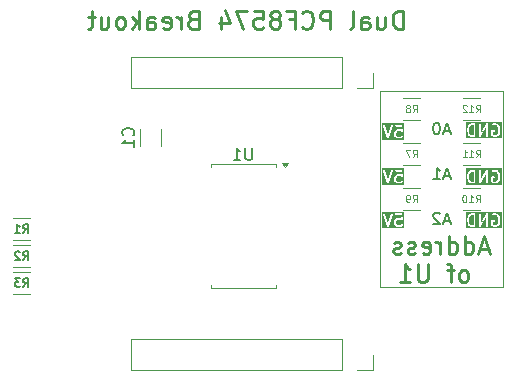
<source format=gbr>
%TF.GenerationSoftware,KiCad,Pcbnew,8.0.5*%
%TF.CreationDate,2025-02-12T18:39:00+02:00*%
%TF.ProjectId,IOExpander_PCF8574,494f4578-7061-46e6-9465-725f50434638,rev?*%
%TF.SameCoordinates,Original*%
%TF.FileFunction,Legend,Bot*%
%TF.FilePolarity,Positive*%
%FSLAX46Y46*%
G04 Gerber Fmt 4.6, Leading zero omitted, Abs format (unit mm)*
G04 Created by KiCad (PCBNEW 8.0.5) date 2025-02-12 18:39:00*
%MOMM*%
%LPD*%
G01*
G04 APERTURE LIST*
%ADD10C,0.100000*%
%ADD11C,0.150000*%
%ADD12C,0.250000*%
%ADD13C,0.120000*%
G04 APERTURE END LIST*
D10*
X121285000Y-42926000D02*
X110871000Y-42926000D01*
X110871000Y-42926000D02*
X110871000Y-59563000D01*
X110871000Y-59563000D02*
X121285000Y-59563000D01*
X121285000Y-59563000D02*
X121285000Y-42926000D01*
D11*
G36*
X118797094Y-54277819D02*
G01*
X118646169Y-54277819D01*
X118531656Y-54239648D01*
X118457543Y-54165534D01*
X118419049Y-54088547D01*
X118375666Y-53915013D01*
X118375666Y-53790624D01*
X118419049Y-53617090D01*
X118457543Y-53540103D01*
X118531656Y-53465990D01*
X118646169Y-53427819D01*
X118797094Y-53427819D01*
X118797094Y-54277819D01*
G37*
G36*
X121153443Y-54538930D02*
G01*
X118114555Y-54538930D01*
X118114555Y-53781390D01*
X118225666Y-53781390D01*
X118225666Y-53924247D01*
X118225917Y-53926800D01*
X118225755Y-53927893D01*
X118226564Y-53933366D01*
X118227107Y-53938879D01*
X118227529Y-53939900D01*
X118227905Y-53942437D01*
X118275524Y-54132913D01*
X118275909Y-54133992D01*
X118275948Y-54134532D01*
X118278275Y-54140613D01*
X118280471Y-54146759D01*
X118280793Y-54147194D01*
X118281203Y-54148264D01*
X118328822Y-54243502D01*
X118332785Y-54249798D01*
X118333543Y-54251628D01*
X118335232Y-54253686D01*
X118336654Y-54255945D01*
X118338152Y-54257244D01*
X118342871Y-54262994D01*
X118438109Y-54358233D01*
X118449474Y-54367561D01*
X118451964Y-54368592D01*
X118453999Y-54370357D01*
X118467425Y-54376351D01*
X118610281Y-54423970D01*
X118617536Y-54425619D01*
X118619367Y-54426378D01*
X118622020Y-54426639D01*
X118624618Y-54427230D01*
X118626592Y-54427089D01*
X118633999Y-54427819D01*
X118872094Y-54427819D01*
X118886726Y-54426378D01*
X118913762Y-54415179D01*
X118934454Y-54394487D01*
X118945653Y-54367451D01*
X118947094Y-54352819D01*
X118947094Y-53352819D01*
X119273285Y-53352819D01*
X119273285Y-54352819D01*
X119273655Y-54356582D01*
X119273468Y-54358058D01*
X119273989Y-54359968D01*
X119274726Y-54367451D01*
X119278543Y-54376666D01*
X119281168Y-54386290D01*
X119284095Y-54390070D01*
X119285925Y-54394487D01*
X119292975Y-54401537D01*
X119299085Y-54409427D01*
X119303238Y-54411800D01*
X119306617Y-54415179D01*
X119315829Y-54418995D01*
X119324494Y-54423946D01*
X119329237Y-54424548D01*
X119333653Y-54426378D01*
X119343627Y-54426378D01*
X119353524Y-54427636D01*
X119358136Y-54426378D01*
X119362917Y-54426378D01*
X119372132Y-54422560D01*
X119381756Y-54419936D01*
X119385536Y-54417008D01*
X119389953Y-54415179D01*
X119397003Y-54408128D01*
X119404893Y-54402019D01*
X119409245Y-54395886D01*
X119410645Y-54394487D01*
X119411214Y-54393112D01*
X119413403Y-54390029D01*
X119844713Y-53635235D01*
X119844713Y-54352819D01*
X119846154Y-54367451D01*
X119857353Y-54394487D01*
X119878045Y-54415179D01*
X119905081Y-54426378D01*
X119934345Y-54426378D01*
X119961381Y-54415179D01*
X119982073Y-54394487D01*
X119993272Y-54367451D01*
X119994713Y-54352819D01*
X119994713Y-53924247D01*
X120273285Y-53924247D01*
X120273285Y-54257580D01*
X120274726Y-54272212D01*
X120278643Y-54281668D01*
X120285924Y-54299247D01*
X120295251Y-54310612D01*
X120342870Y-54358232D01*
X120354236Y-54367560D01*
X120356724Y-54368590D01*
X120358761Y-54370357D01*
X120372187Y-54376351D01*
X120515043Y-54423970D01*
X120522298Y-54425619D01*
X120524129Y-54426378D01*
X120526782Y-54426639D01*
X120529380Y-54427230D01*
X120531354Y-54427089D01*
X120538761Y-54427819D01*
X120633999Y-54427819D01*
X120641404Y-54427089D01*
X120643379Y-54427230D01*
X120645976Y-54426639D01*
X120648631Y-54426378D01*
X120650462Y-54425619D01*
X120657716Y-54423970D01*
X120800573Y-54376351D01*
X120813998Y-54370357D01*
X120816033Y-54368591D01*
X120818524Y-54367560D01*
X120829889Y-54358233D01*
X120925128Y-54262993D01*
X120929845Y-54257244D01*
X120931344Y-54255945D01*
X120932765Y-54253686D01*
X120934455Y-54251628D01*
X120935212Y-54249798D01*
X120939176Y-54243502D01*
X120986795Y-54148264D01*
X120987204Y-54147194D01*
X120987527Y-54146759D01*
X120989719Y-54140622D01*
X120992050Y-54134533D01*
X120992088Y-54133992D01*
X120992474Y-54132913D01*
X121040093Y-53942437D01*
X121040468Y-53939900D01*
X121040891Y-53938879D01*
X121041433Y-53933366D01*
X121042243Y-53927893D01*
X121042080Y-53926800D01*
X121042332Y-53924247D01*
X121042332Y-53781390D01*
X121042080Y-53778836D01*
X121042243Y-53777744D01*
X121041433Y-53772270D01*
X121040891Y-53766758D01*
X121040468Y-53765736D01*
X121040093Y-53763200D01*
X120992474Y-53572724D01*
X120992088Y-53571644D01*
X120992050Y-53571104D01*
X120989719Y-53565014D01*
X120987527Y-53558878D01*
X120987204Y-53558442D01*
X120986795Y-53557373D01*
X120939176Y-53462135D01*
X120935213Y-53455840D01*
X120934455Y-53454008D01*
X120932763Y-53451946D01*
X120931344Y-53449692D01*
X120929847Y-53448393D01*
X120925127Y-53442643D01*
X120829889Y-53347405D01*
X120818524Y-53338078D01*
X120816033Y-53337046D01*
X120813998Y-53335281D01*
X120800573Y-53329287D01*
X120657716Y-53281668D01*
X120650462Y-53280018D01*
X120648631Y-53279260D01*
X120645976Y-53278998D01*
X120643379Y-53278408D01*
X120641404Y-53278548D01*
X120633999Y-53277819D01*
X120491142Y-53277819D01*
X120476510Y-53279260D01*
X120474021Y-53280290D01*
X120471332Y-53280482D01*
X120457601Y-53285737D01*
X120362363Y-53333356D01*
X120349920Y-53341188D01*
X120330747Y-53363296D01*
X120321493Y-53391057D01*
X120323567Y-53420247D01*
X120336654Y-53446422D01*
X120358762Y-53465595D01*
X120386523Y-53474849D01*
X120415713Y-53472775D01*
X120429445Y-53467520D01*
X120508847Y-53427819D01*
X120621829Y-53427819D01*
X120736342Y-53465990D01*
X120810455Y-53540103D01*
X120848948Y-53617090D01*
X120892332Y-53790624D01*
X120892332Y-53915013D01*
X120848948Y-54088547D01*
X120810454Y-54165534D01*
X120736342Y-54239647D01*
X120621829Y-54277819D01*
X120550931Y-54277819D01*
X120436418Y-54239648D01*
X120423285Y-54226514D01*
X120423285Y-53999247D01*
X120538761Y-53999247D01*
X120553393Y-53997806D01*
X120580429Y-53986607D01*
X120601121Y-53965915D01*
X120612320Y-53938879D01*
X120612320Y-53909615D01*
X120601121Y-53882579D01*
X120580429Y-53861887D01*
X120553393Y-53850688D01*
X120538761Y-53849247D01*
X120348285Y-53849247D01*
X120333653Y-53850688D01*
X120306617Y-53861887D01*
X120285925Y-53882579D01*
X120274726Y-53909615D01*
X120273285Y-53924247D01*
X119994713Y-53924247D01*
X119994713Y-53352819D01*
X119994342Y-53349055D01*
X119994530Y-53347580D01*
X119994008Y-53345669D01*
X119993272Y-53338187D01*
X119989454Y-53328971D01*
X119986830Y-53319348D01*
X119983902Y-53315567D01*
X119982073Y-53311151D01*
X119975022Y-53304100D01*
X119968913Y-53296211D01*
X119964759Y-53293837D01*
X119961381Y-53290459D01*
X119952168Y-53286642D01*
X119943504Y-53281692D01*
X119938760Y-53281089D01*
X119934345Y-53279260D01*
X119924371Y-53279260D01*
X119914474Y-53278002D01*
X119909862Y-53279260D01*
X119905081Y-53279260D01*
X119895864Y-53283077D01*
X119886243Y-53285702D01*
X119882463Y-53288628D01*
X119878045Y-53290459D01*
X119870993Y-53297510D01*
X119863105Y-53303619D01*
X119858750Y-53309753D01*
X119857353Y-53311151D01*
X119856784Y-53312523D01*
X119854595Y-53315608D01*
X119423285Y-54070402D01*
X119423285Y-53352819D01*
X119421844Y-53338187D01*
X119410645Y-53311151D01*
X119389953Y-53290459D01*
X119362917Y-53279260D01*
X119333653Y-53279260D01*
X119306617Y-53290459D01*
X119285925Y-53311151D01*
X119274726Y-53338187D01*
X119273285Y-53352819D01*
X118947094Y-53352819D01*
X118945653Y-53338187D01*
X118934454Y-53311151D01*
X118913762Y-53290459D01*
X118886726Y-53279260D01*
X118872094Y-53277819D01*
X118633999Y-53277819D01*
X118626592Y-53278548D01*
X118624618Y-53278408D01*
X118622020Y-53278998D01*
X118619367Y-53279260D01*
X118617536Y-53280018D01*
X118610281Y-53281668D01*
X118467425Y-53329287D01*
X118453999Y-53335281D01*
X118451964Y-53337045D01*
X118449474Y-53338077D01*
X118438109Y-53347405D01*
X118342871Y-53442643D01*
X118338152Y-53448392D01*
X118336654Y-53449692D01*
X118335232Y-53451951D01*
X118333544Y-53454008D01*
X118332786Y-53455835D01*
X118328822Y-53462135D01*
X118281203Y-53557373D01*
X118280793Y-53558442D01*
X118280471Y-53558878D01*
X118278275Y-53565023D01*
X118275948Y-53571105D01*
X118275909Y-53571644D01*
X118275524Y-53572724D01*
X118227905Y-53763200D01*
X118227529Y-53765736D01*
X118227107Y-53766758D01*
X118226564Y-53772270D01*
X118225755Y-53777744D01*
X118225917Y-53778836D01*
X118225666Y-53781390D01*
X118114555Y-53781390D01*
X118114555Y-53166708D01*
X121153443Y-53166708D01*
X121153443Y-54538930D01*
G37*
X116792285Y-46320104D02*
X116316095Y-46320104D01*
X116887523Y-46605819D02*
X116554190Y-45605819D01*
X116554190Y-45605819D02*
X116220857Y-46605819D01*
X115697047Y-45605819D02*
X115601809Y-45605819D01*
X115601809Y-45605819D02*
X115506571Y-45653438D01*
X115506571Y-45653438D02*
X115458952Y-45701057D01*
X115458952Y-45701057D02*
X115411333Y-45796295D01*
X115411333Y-45796295D02*
X115363714Y-45986771D01*
X115363714Y-45986771D02*
X115363714Y-46224866D01*
X115363714Y-46224866D02*
X115411333Y-46415342D01*
X115411333Y-46415342D02*
X115458952Y-46510580D01*
X115458952Y-46510580D02*
X115506571Y-46558200D01*
X115506571Y-46558200D02*
X115601809Y-46605819D01*
X115601809Y-46605819D02*
X115697047Y-46605819D01*
X115697047Y-46605819D02*
X115792285Y-46558200D01*
X115792285Y-46558200D02*
X115839904Y-46510580D01*
X115839904Y-46510580D02*
X115887523Y-46415342D01*
X115887523Y-46415342D02*
X115935142Y-46224866D01*
X115935142Y-46224866D02*
X115935142Y-45986771D01*
X115935142Y-45986771D02*
X115887523Y-45796295D01*
X115887523Y-45796295D02*
X115839904Y-45701057D01*
X115839904Y-45701057D02*
X115792285Y-45653438D01*
X115792285Y-45653438D02*
X115697047Y-45605819D01*
G36*
X112914046Y-54538930D02*
G01*
X111018954Y-54538930D01*
X111018954Y-53362199D01*
X111130065Y-53362199D01*
X111133325Y-53376536D01*
X111466658Y-54376536D01*
X111472652Y-54389961D01*
X111476162Y-54394008D01*
X111478559Y-54398802D01*
X111485667Y-54404967D01*
X111491826Y-54412068D01*
X111496615Y-54414462D01*
X111500666Y-54417976D01*
X111509591Y-54420950D01*
X111517999Y-54425155D01*
X111523343Y-54425534D01*
X111528429Y-54427230D01*
X111537809Y-54426563D01*
X111547189Y-54427230D01*
X111552274Y-54425534D01*
X111557619Y-54425155D01*
X111566029Y-54420949D01*
X111574951Y-54417976D01*
X111578998Y-54414465D01*
X111583792Y-54412069D01*
X111589955Y-54404963D01*
X111597059Y-54398802D01*
X111599454Y-54394010D01*
X111602966Y-54389962D01*
X111608960Y-54376536D01*
X111759723Y-53924247D01*
X112081857Y-53924247D01*
X112081857Y-54162342D01*
X112083298Y-54176974D01*
X112084329Y-54179463D01*
X112084520Y-54182151D01*
X112089775Y-54195883D01*
X112137394Y-54291121D01*
X112141357Y-54297417D01*
X112142115Y-54299247D01*
X112143804Y-54301305D01*
X112145226Y-54303564D01*
X112146724Y-54304863D01*
X112151442Y-54310612D01*
X112199061Y-54358232D01*
X112204810Y-54362950D01*
X112206111Y-54364450D01*
X112208370Y-54365872D01*
X112210427Y-54367560D01*
X112212254Y-54368317D01*
X112218554Y-54372282D01*
X112313792Y-54419901D01*
X112327523Y-54425156D01*
X112330212Y-54425347D01*
X112332701Y-54426378D01*
X112347333Y-54427819D01*
X112585428Y-54427819D01*
X112600060Y-54426378D01*
X112602549Y-54425346D01*
X112605237Y-54425156D01*
X112618969Y-54419901D01*
X112714207Y-54372282D01*
X112720506Y-54368317D01*
X112722334Y-54367560D01*
X112724390Y-54365872D01*
X112726650Y-54364450D01*
X112727950Y-54362950D01*
X112733700Y-54358232D01*
X112781318Y-54310613D01*
X112790646Y-54299247D01*
X112801844Y-54272211D01*
X112801844Y-54242948D01*
X112790645Y-54215912D01*
X112769952Y-54195219D01*
X112742916Y-54184021D01*
X112713653Y-54184021D01*
X112686617Y-54195220D01*
X112675251Y-54204548D01*
X112636238Y-54243561D01*
X112567723Y-54277819D01*
X112365038Y-54277819D01*
X112296522Y-54243561D01*
X112266115Y-54213153D01*
X112231857Y-54144637D01*
X112231857Y-53941952D01*
X112266115Y-53873436D01*
X112296522Y-53843029D01*
X112365038Y-53808771D01*
X112567723Y-53808771D01*
X112636239Y-53843029D01*
X112675252Y-53882042D01*
X112686617Y-53891369D01*
X112690105Y-53892814D01*
X112693029Y-53895206D01*
X112703526Y-53898373D01*
X112713653Y-53902568D01*
X112717429Y-53902568D01*
X112721045Y-53903659D01*
X112731955Y-53902568D01*
X112742916Y-53902568D01*
X112746404Y-53901122D01*
X112750164Y-53900747D01*
X112759827Y-53895562D01*
X112769952Y-53891369D01*
X112772622Y-53888698D01*
X112775951Y-53886913D01*
X112782896Y-53878424D01*
X112790645Y-53870676D01*
X112792089Y-53867189D01*
X112794482Y-53864265D01*
X112797650Y-53853764D01*
X112801844Y-53843640D01*
X112801844Y-53839864D01*
X112802935Y-53836249D01*
X112802913Y-53821546D01*
X112755294Y-53345356D01*
X112754225Y-53340023D01*
X112754225Y-53338187D01*
X112753511Y-53336464D01*
X112752404Y-53330940D01*
X112747221Y-53321280D01*
X112743026Y-53311151D01*
X112740354Y-53308479D01*
X112738570Y-53305153D01*
X112730087Y-53298212D01*
X112722334Y-53290459D01*
X112718845Y-53289013D01*
X112715922Y-53286622D01*
X112705424Y-53283454D01*
X112695298Y-53279260D01*
X112689692Y-53278707D01*
X112687906Y-53278169D01*
X112686077Y-53278351D01*
X112680666Y-53277819D01*
X112204476Y-53277819D01*
X112189844Y-53279260D01*
X112162808Y-53290459D01*
X112142116Y-53311151D01*
X112130917Y-53338187D01*
X112130917Y-53367451D01*
X112142116Y-53394487D01*
X112162808Y-53415179D01*
X112189844Y-53426378D01*
X112204476Y-53427819D01*
X112612792Y-53427819D01*
X112637610Y-53676009D01*
X112618969Y-53666689D01*
X112605237Y-53661434D01*
X112602549Y-53661243D01*
X112600060Y-53660212D01*
X112585428Y-53658771D01*
X112347333Y-53658771D01*
X112332701Y-53660212D01*
X112330212Y-53661242D01*
X112327523Y-53661434D01*
X112313792Y-53666689D01*
X112218554Y-53714308D01*
X112212254Y-53718272D01*
X112210427Y-53719030D01*
X112208370Y-53720718D01*
X112206111Y-53722140D01*
X112204811Y-53723638D01*
X112199062Y-53728357D01*
X112151443Y-53775976D01*
X112146724Y-53781725D01*
X112145226Y-53783025D01*
X112143804Y-53785284D01*
X112142116Y-53787341D01*
X112141358Y-53789168D01*
X112137394Y-53795468D01*
X112089775Y-53890706D01*
X112084520Y-53904438D01*
X112084329Y-53907125D01*
X112083298Y-53909615D01*
X112081857Y-53924247D01*
X111759723Y-53924247D01*
X111942293Y-53376536D01*
X111945553Y-53362200D01*
X111943478Y-53333010D01*
X111930392Y-53306836D01*
X111908284Y-53287662D01*
X111880522Y-53278408D01*
X111851332Y-53280483D01*
X111825159Y-53293570D01*
X111805985Y-53315677D01*
X111799991Y-53329102D01*
X111537809Y-54115648D01*
X111275627Y-53329102D01*
X111269633Y-53315676D01*
X111250459Y-53293569D01*
X111224286Y-53280483D01*
X111195096Y-53278408D01*
X111167333Y-53287662D01*
X111145226Y-53306836D01*
X111132140Y-53333009D01*
X111130065Y-53362199D01*
X111018954Y-53362199D01*
X111018954Y-53166708D01*
X112914046Y-53166708D01*
X112914046Y-54538930D01*
G37*
D12*
X120050142Y-56268941D02*
X119335857Y-56268941D01*
X120192999Y-56697512D02*
X119692999Y-55197512D01*
X119692999Y-55197512D02*
X119192999Y-56697512D01*
X118050143Y-56697512D02*
X118050143Y-55197512D01*
X118050143Y-56626084D02*
X118193000Y-56697512D01*
X118193000Y-56697512D02*
X118478714Y-56697512D01*
X118478714Y-56697512D02*
X118621571Y-56626084D01*
X118621571Y-56626084D02*
X118693000Y-56554655D01*
X118693000Y-56554655D02*
X118764428Y-56411798D01*
X118764428Y-56411798D02*
X118764428Y-55983226D01*
X118764428Y-55983226D02*
X118693000Y-55840369D01*
X118693000Y-55840369D02*
X118621571Y-55768941D01*
X118621571Y-55768941D02*
X118478714Y-55697512D01*
X118478714Y-55697512D02*
X118193000Y-55697512D01*
X118193000Y-55697512D02*
X118050143Y-55768941D01*
X116693000Y-56697512D02*
X116693000Y-55197512D01*
X116693000Y-56626084D02*
X116835857Y-56697512D01*
X116835857Y-56697512D02*
X117121571Y-56697512D01*
X117121571Y-56697512D02*
X117264428Y-56626084D01*
X117264428Y-56626084D02*
X117335857Y-56554655D01*
X117335857Y-56554655D02*
X117407285Y-56411798D01*
X117407285Y-56411798D02*
X117407285Y-55983226D01*
X117407285Y-55983226D02*
X117335857Y-55840369D01*
X117335857Y-55840369D02*
X117264428Y-55768941D01*
X117264428Y-55768941D02*
X117121571Y-55697512D01*
X117121571Y-55697512D02*
X116835857Y-55697512D01*
X116835857Y-55697512D02*
X116693000Y-55768941D01*
X115978714Y-56697512D02*
X115978714Y-55697512D01*
X115978714Y-55983226D02*
X115907285Y-55840369D01*
X115907285Y-55840369D02*
X115835857Y-55768941D01*
X115835857Y-55768941D02*
X115692999Y-55697512D01*
X115692999Y-55697512D02*
X115550142Y-55697512D01*
X114478714Y-56626084D02*
X114621571Y-56697512D01*
X114621571Y-56697512D02*
X114907286Y-56697512D01*
X114907286Y-56697512D02*
X115050143Y-56626084D01*
X115050143Y-56626084D02*
X115121571Y-56483226D01*
X115121571Y-56483226D02*
X115121571Y-55911798D01*
X115121571Y-55911798D02*
X115050143Y-55768941D01*
X115050143Y-55768941D02*
X114907286Y-55697512D01*
X114907286Y-55697512D02*
X114621571Y-55697512D01*
X114621571Y-55697512D02*
X114478714Y-55768941D01*
X114478714Y-55768941D02*
X114407286Y-55911798D01*
X114407286Y-55911798D02*
X114407286Y-56054655D01*
X114407286Y-56054655D02*
X115121571Y-56197512D01*
X113835857Y-56626084D02*
X113693000Y-56697512D01*
X113693000Y-56697512D02*
X113407286Y-56697512D01*
X113407286Y-56697512D02*
X113264429Y-56626084D01*
X113264429Y-56626084D02*
X113193000Y-56483226D01*
X113193000Y-56483226D02*
X113193000Y-56411798D01*
X113193000Y-56411798D02*
X113264429Y-56268941D01*
X113264429Y-56268941D02*
X113407286Y-56197512D01*
X113407286Y-56197512D02*
X113621572Y-56197512D01*
X113621572Y-56197512D02*
X113764429Y-56126084D01*
X113764429Y-56126084D02*
X113835857Y-55983226D01*
X113835857Y-55983226D02*
X113835857Y-55911798D01*
X113835857Y-55911798D02*
X113764429Y-55768941D01*
X113764429Y-55768941D02*
X113621572Y-55697512D01*
X113621572Y-55697512D02*
X113407286Y-55697512D01*
X113407286Y-55697512D02*
X113264429Y-55768941D01*
X112621571Y-56626084D02*
X112478714Y-56697512D01*
X112478714Y-56697512D02*
X112193000Y-56697512D01*
X112193000Y-56697512D02*
X112050143Y-56626084D01*
X112050143Y-56626084D02*
X111978714Y-56483226D01*
X111978714Y-56483226D02*
X111978714Y-56411798D01*
X111978714Y-56411798D02*
X112050143Y-56268941D01*
X112050143Y-56268941D02*
X112193000Y-56197512D01*
X112193000Y-56197512D02*
X112407286Y-56197512D01*
X112407286Y-56197512D02*
X112550143Y-56126084D01*
X112550143Y-56126084D02*
X112621571Y-55983226D01*
X112621571Y-55983226D02*
X112621571Y-55911798D01*
X112621571Y-55911798D02*
X112550143Y-55768941D01*
X112550143Y-55768941D02*
X112407286Y-55697512D01*
X112407286Y-55697512D02*
X112193000Y-55697512D01*
X112193000Y-55697512D02*
X112050143Y-55768941D01*
X118050142Y-59112428D02*
X118192999Y-59041000D01*
X118192999Y-59041000D02*
X118264428Y-58969571D01*
X118264428Y-58969571D02*
X118335856Y-58826714D01*
X118335856Y-58826714D02*
X118335856Y-58398142D01*
X118335856Y-58398142D02*
X118264428Y-58255285D01*
X118264428Y-58255285D02*
X118192999Y-58183857D01*
X118192999Y-58183857D02*
X118050142Y-58112428D01*
X118050142Y-58112428D02*
X117835856Y-58112428D01*
X117835856Y-58112428D02*
X117692999Y-58183857D01*
X117692999Y-58183857D02*
X117621571Y-58255285D01*
X117621571Y-58255285D02*
X117550142Y-58398142D01*
X117550142Y-58398142D02*
X117550142Y-58826714D01*
X117550142Y-58826714D02*
X117621571Y-58969571D01*
X117621571Y-58969571D02*
X117692999Y-59041000D01*
X117692999Y-59041000D02*
X117835856Y-59112428D01*
X117835856Y-59112428D02*
X118050142Y-59112428D01*
X117121570Y-58112428D02*
X116550142Y-58112428D01*
X116907285Y-59112428D02*
X116907285Y-57826714D01*
X116907285Y-57826714D02*
X116835856Y-57683857D01*
X116835856Y-57683857D02*
X116692999Y-57612428D01*
X116692999Y-57612428D02*
X116550142Y-57612428D01*
X114907285Y-57612428D02*
X114907285Y-58826714D01*
X114907285Y-58826714D02*
X114835856Y-58969571D01*
X114835856Y-58969571D02*
X114764428Y-59041000D01*
X114764428Y-59041000D02*
X114621570Y-59112428D01*
X114621570Y-59112428D02*
X114335856Y-59112428D01*
X114335856Y-59112428D02*
X114192999Y-59041000D01*
X114192999Y-59041000D02*
X114121570Y-58969571D01*
X114121570Y-58969571D02*
X114050142Y-58826714D01*
X114050142Y-58826714D02*
X114050142Y-57612428D01*
X112550141Y-59112428D02*
X113407284Y-59112428D01*
X112978713Y-59112428D02*
X112978713Y-57612428D01*
X112978713Y-57612428D02*
X113121570Y-57826714D01*
X113121570Y-57826714D02*
X113264427Y-57969571D01*
X113264427Y-57969571D02*
X113407284Y-58041000D01*
D11*
X116792285Y-50130104D02*
X116316095Y-50130104D01*
X116887523Y-50415819D02*
X116554190Y-49415819D01*
X116554190Y-49415819D02*
X116220857Y-50415819D01*
X115363714Y-50415819D02*
X115935142Y-50415819D01*
X115649428Y-50415819D02*
X115649428Y-49415819D01*
X115649428Y-49415819D02*
X115744666Y-49558676D01*
X115744666Y-49558676D02*
X115839904Y-49653914D01*
X115839904Y-49653914D02*
X115935142Y-49701533D01*
G36*
X118797094Y-50594819D02*
G01*
X118646169Y-50594819D01*
X118531656Y-50556648D01*
X118457543Y-50482534D01*
X118419049Y-50405547D01*
X118375666Y-50232013D01*
X118375666Y-50107624D01*
X118419049Y-49934090D01*
X118457543Y-49857103D01*
X118531656Y-49782990D01*
X118646169Y-49744819D01*
X118797094Y-49744819D01*
X118797094Y-50594819D01*
G37*
G36*
X121153443Y-50855930D02*
G01*
X118114555Y-50855930D01*
X118114555Y-50098390D01*
X118225666Y-50098390D01*
X118225666Y-50241247D01*
X118225917Y-50243800D01*
X118225755Y-50244893D01*
X118226564Y-50250366D01*
X118227107Y-50255879D01*
X118227529Y-50256900D01*
X118227905Y-50259437D01*
X118275524Y-50449913D01*
X118275909Y-50450992D01*
X118275948Y-50451532D01*
X118278275Y-50457613D01*
X118280471Y-50463759D01*
X118280793Y-50464194D01*
X118281203Y-50465264D01*
X118328822Y-50560502D01*
X118332785Y-50566798D01*
X118333543Y-50568628D01*
X118335232Y-50570686D01*
X118336654Y-50572945D01*
X118338152Y-50574244D01*
X118342871Y-50579994D01*
X118438109Y-50675233D01*
X118449474Y-50684561D01*
X118451964Y-50685592D01*
X118453999Y-50687357D01*
X118467425Y-50693351D01*
X118610281Y-50740970D01*
X118617536Y-50742619D01*
X118619367Y-50743378D01*
X118622020Y-50743639D01*
X118624618Y-50744230D01*
X118626592Y-50744089D01*
X118633999Y-50744819D01*
X118872094Y-50744819D01*
X118886726Y-50743378D01*
X118913762Y-50732179D01*
X118934454Y-50711487D01*
X118945653Y-50684451D01*
X118947094Y-50669819D01*
X118947094Y-49669819D01*
X119273285Y-49669819D01*
X119273285Y-50669819D01*
X119273655Y-50673582D01*
X119273468Y-50675058D01*
X119273989Y-50676968D01*
X119274726Y-50684451D01*
X119278543Y-50693666D01*
X119281168Y-50703290D01*
X119284095Y-50707070D01*
X119285925Y-50711487D01*
X119292975Y-50718537D01*
X119299085Y-50726427D01*
X119303238Y-50728800D01*
X119306617Y-50732179D01*
X119315829Y-50735995D01*
X119324494Y-50740946D01*
X119329237Y-50741548D01*
X119333653Y-50743378D01*
X119343627Y-50743378D01*
X119353524Y-50744636D01*
X119358136Y-50743378D01*
X119362917Y-50743378D01*
X119372132Y-50739560D01*
X119381756Y-50736936D01*
X119385536Y-50734008D01*
X119389953Y-50732179D01*
X119397003Y-50725128D01*
X119404893Y-50719019D01*
X119409245Y-50712886D01*
X119410645Y-50711487D01*
X119411214Y-50710112D01*
X119413403Y-50707029D01*
X119844713Y-49952235D01*
X119844713Y-50669819D01*
X119846154Y-50684451D01*
X119857353Y-50711487D01*
X119878045Y-50732179D01*
X119905081Y-50743378D01*
X119934345Y-50743378D01*
X119961381Y-50732179D01*
X119982073Y-50711487D01*
X119993272Y-50684451D01*
X119994713Y-50669819D01*
X119994713Y-50241247D01*
X120273285Y-50241247D01*
X120273285Y-50574580D01*
X120274726Y-50589212D01*
X120278643Y-50598668D01*
X120285924Y-50616247D01*
X120295251Y-50627612D01*
X120342870Y-50675232D01*
X120354236Y-50684560D01*
X120356724Y-50685590D01*
X120358761Y-50687357D01*
X120372187Y-50693351D01*
X120515043Y-50740970D01*
X120522298Y-50742619D01*
X120524129Y-50743378D01*
X120526782Y-50743639D01*
X120529380Y-50744230D01*
X120531354Y-50744089D01*
X120538761Y-50744819D01*
X120633999Y-50744819D01*
X120641404Y-50744089D01*
X120643379Y-50744230D01*
X120645976Y-50743639D01*
X120648631Y-50743378D01*
X120650462Y-50742619D01*
X120657716Y-50740970D01*
X120800573Y-50693351D01*
X120813998Y-50687357D01*
X120816033Y-50685591D01*
X120818524Y-50684560D01*
X120829889Y-50675233D01*
X120925128Y-50579993D01*
X120929845Y-50574244D01*
X120931344Y-50572945D01*
X120932765Y-50570686D01*
X120934455Y-50568628D01*
X120935212Y-50566798D01*
X120939176Y-50560502D01*
X120986795Y-50465264D01*
X120987204Y-50464194D01*
X120987527Y-50463759D01*
X120989719Y-50457622D01*
X120992050Y-50451533D01*
X120992088Y-50450992D01*
X120992474Y-50449913D01*
X121040093Y-50259437D01*
X121040468Y-50256900D01*
X121040891Y-50255879D01*
X121041433Y-50250366D01*
X121042243Y-50244893D01*
X121042080Y-50243800D01*
X121042332Y-50241247D01*
X121042332Y-50098390D01*
X121042080Y-50095836D01*
X121042243Y-50094744D01*
X121041433Y-50089270D01*
X121040891Y-50083758D01*
X121040468Y-50082736D01*
X121040093Y-50080200D01*
X120992474Y-49889724D01*
X120992088Y-49888644D01*
X120992050Y-49888104D01*
X120989719Y-49882014D01*
X120987527Y-49875878D01*
X120987204Y-49875442D01*
X120986795Y-49874373D01*
X120939176Y-49779135D01*
X120935213Y-49772840D01*
X120934455Y-49771008D01*
X120932763Y-49768946D01*
X120931344Y-49766692D01*
X120929847Y-49765393D01*
X120925127Y-49759643D01*
X120829889Y-49664405D01*
X120818524Y-49655078D01*
X120816033Y-49654046D01*
X120813998Y-49652281D01*
X120800573Y-49646287D01*
X120657716Y-49598668D01*
X120650462Y-49597018D01*
X120648631Y-49596260D01*
X120645976Y-49595998D01*
X120643379Y-49595408D01*
X120641404Y-49595548D01*
X120633999Y-49594819D01*
X120491142Y-49594819D01*
X120476510Y-49596260D01*
X120474021Y-49597290D01*
X120471332Y-49597482D01*
X120457601Y-49602737D01*
X120362363Y-49650356D01*
X120349920Y-49658188D01*
X120330747Y-49680296D01*
X120321493Y-49708057D01*
X120323567Y-49737247D01*
X120336654Y-49763422D01*
X120358762Y-49782595D01*
X120386523Y-49791849D01*
X120415713Y-49789775D01*
X120429445Y-49784520D01*
X120508847Y-49744819D01*
X120621829Y-49744819D01*
X120736342Y-49782990D01*
X120810455Y-49857103D01*
X120848948Y-49934090D01*
X120892332Y-50107624D01*
X120892332Y-50232013D01*
X120848948Y-50405547D01*
X120810454Y-50482534D01*
X120736342Y-50556647D01*
X120621829Y-50594819D01*
X120550931Y-50594819D01*
X120436418Y-50556648D01*
X120423285Y-50543514D01*
X120423285Y-50316247D01*
X120538761Y-50316247D01*
X120553393Y-50314806D01*
X120580429Y-50303607D01*
X120601121Y-50282915D01*
X120612320Y-50255879D01*
X120612320Y-50226615D01*
X120601121Y-50199579D01*
X120580429Y-50178887D01*
X120553393Y-50167688D01*
X120538761Y-50166247D01*
X120348285Y-50166247D01*
X120333653Y-50167688D01*
X120306617Y-50178887D01*
X120285925Y-50199579D01*
X120274726Y-50226615D01*
X120273285Y-50241247D01*
X119994713Y-50241247D01*
X119994713Y-49669819D01*
X119994342Y-49666055D01*
X119994530Y-49664580D01*
X119994008Y-49662669D01*
X119993272Y-49655187D01*
X119989454Y-49645971D01*
X119986830Y-49636348D01*
X119983902Y-49632567D01*
X119982073Y-49628151D01*
X119975022Y-49621100D01*
X119968913Y-49613211D01*
X119964759Y-49610837D01*
X119961381Y-49607459D01*
X119952168Y-49603642D01*
X119943504Y-49598692D01*
X119938760Y-49598089D01*
X119934345Y-49596260D01*
X119924371Y-49596260D01*
X119914474Y-49595002D01*
X119909862Y-49596260D01*
X119905081Y-49596260D01*
X119895864Y-49600077D01*
X119886243Y-49602702D01*
X119882463Y-49605628D01*
X119878045Y-49607459D01*
X119870993Y-49614510D01*
X119863105Y-49620619D01*
X119858750Y-49626753D01*
X119857353Y-49628151D01*
X119856784Y-49629523D01*
X119854595Y-49632608D01*
X119423285Y-50387402D01*
X119423285Y-49669819D01*
X119421844Y-49655187D01*
X119410645Y-49628151D01*
X119389953Y-49607459D01*
X119362917Y-49596260D01*
X119333653Y-49596260D01*
X119306617Y-49607459D01*
X119285925Y-49628151D01*
X119274726Y-49655187D01*
X119273285Y-49669819D01*
X118947094Y-49669819D01*
X118945653Y-49655187D01*
X118934454Y-49628151D01*
X118913762Y-49607459D01*
X118886726Y-49596260D01*
X118872094Y-49594819D01*
X118633999Y-49594819D01*
X118626592Y-49595548D01*
X118624618Y-49595408D01*
X118622020Y-49595998D01*
X118619367Y-49596260D01*
X118617536Y-49597018D01*
X118610281Y-49598668D01*
X118467425Y-49646287D01*
X118453999Y-49652281D01*
X118451964Y-49654045D01*
X118449474Y-49655077D01*
X118438109Y-49664405D01*
X118342871Y-49759643D01*
X118338152Y-49765392D01*
X118336654Y-49766692D01*
X118335232Y-49768951D01*
X118333544Y-49771008D01*
X118332786Y-49772835D01*
X118328822Y-49779135D01*
X118281203Y-49874373D01*
X118280793Y-49875442D01*
X118280471Y-49875878D01*
X118278275Y-49882023D01*
X118275948Y-49888105D01*
X118275909Y-49888644D01*
X118275524Y-49889724D01*
X118227905Y-50080200D01*
X118227529Y-50082736D01*
X118227107Y-50083758D01*
X118226564Y-50089270D01*
X118225755Y-50094744D01*
X118225917Y-50095836D01*
X118225666Y-50098390D01*
X118114555Y-50098390D01*
X118114555Y-49483708D01*
X121153443Y-49483708D01*
X121153443Y-50855930D01*
G37*
G36*
X112914046Y-50855930D02*
G01*
X111018954Y-50855930D01*
X111018954Y-49679199D01*
X111130065Y-49679199D01*
X111133325Y-49693536D01*
X111466658Y-50693536D01*
X111472652Y-50706961D01*
X111476162Y-50711008D01*
X111478559Y-50715802D01*
X111485667Y-50721967D01*
X111491826Y-50729068D01*
X111496615Y-50731462D01*
X111500666Y-50734976D01*
X111509591Y-50737950D01*
X111517999Y-50742155D01*
X111523343Y-50742534D01*
X111528429Y-50744230D01*
X111537809Y-50743563D01*
X111547189Y-50744230D01*
X111552274Y-50742534D01*
X111557619Y-50742155D01*
X111566029Y-50737949D01*
X111574951Y-50734976D01*
X111578998Y-50731465D01*
X111583792Y-50729069D01*
X111589955Y-50721963D01*
X111597059Y-50715802D01*
X111599454Y-50711010D01*
X111602966Y-50706962D01*
X111608960Y-50693536D01*
X111759723Y-50241247D01*
X112081857Y-50241247D01*
X112081857Y-50479342D01*
X112083298Y-50493974D01*
X112084329Y-50496463D01*
X112084520Y-50499151D01*
X112089775Y-50512883D01*
X112137394Y-50608121D01*
X112141357Y-50614417D01*
X112142115Y-50616247D01*
X112143804Y-50618305D01*
X112145226Y-50620564D01*
X112146724Y-50621863D01*
X112151442Y-50627612D01*
X112199061Y-50675232D01*
X112204810Y-50679950D01*
X112206111Y-50681450D01*
X112208370Y-50682872D01*
X112210427Y-50684560D01*
X112212254Y-50685317D01*
X112218554Y-50689282D01*
X112313792Y-50736901D01*
X112327523Y-50742156D01*
X112330212Y-50742347D01*
X112332701Y-50743378D01*
X112347333Y-50744819D01*
X112585428Y-50744819D01*
X112600060Y-50743378D01*
X112602549Y-50742346D01*
X112605237Y-50742156D01*
X112618969Y-50736901D01*
X112714207Y-50689282D01*
X112720506Y-50685317D01*
X112722334Y-50684560D01*
X112724390Y-50682872D01*
X112726650Y-50681450D01*
X112727950Y-50679950D01*
X112733700Y-50675232D01*
X112781318Y-50627613D01*
X112790646Y-50616247D01*
X112801844Y-50589211D01*
X112801844Y-50559948D01*
X112790645Y-50532912D01*
X112769952Y-50512219D01*
X112742916Y-50501021D01*
X112713653Y-50501021D01*
X112686617Y-50512220D01*
X112675251Y-50521548D01*
X112636238Y-50560561D01*
X112567723Y-50594819D01*
X112365038Y-50594819D01*
X112296522Y-50560561D01*
X112266115Y-50530153D01*
X112231857Y-50461637D01*
X112231857Y-50258952D01*
X112266115Y-50190436D01*
X112296522Y-50160029D01*
X112365038Y-50125771D01*
X112567723Y-50125771D01*
X112636239Y-50160029D01*
X112675252Y-50199042D01*
X112686617Y-50208369D01*
X112690105Y-50209814D01*
X112693029Y-50212206D01*
X112703526Y-50215373D01*
X112713653Y-50219568D01*
X112717429Y-50219568D01*
X112721045Y-50220659D01*
X112731955Y-50219568D01*
X112742916Y-50219568D01*
X112746404Y-50218122D01*
X112750164Y-50217747D01*
X112759827Y-50212562D01*
X112769952Y-50208369D01*
X112772622Y-50205698D01*
X112775951Y-50203913D01*
X112782896Y-50195424D01*
X112790645Y-50187676D01*
X112792089Y-50184189D01*
X112794482Y-50181265D01*
X112797650Y-50170764D01*
X112801844Y-50160640D01*
X112801844Y-50156864D01*
X112802935Y-50153249D01*
X112802913Y-50138546D01*
X112755294Y-49662356D01*
X112754225Y-49657023D01*
X112754225Y-49655187D01*
X112753511Y-49653464D01*
X112752404Y-49647940D01*
X112747221Y-49638280D01*
X112743026Y-49628151D01*
X112740354Y-49625479D01*
X112738570Y-49622153D01*
X112730087Y-49615212D01*
X112722334Y-49607459D01*
X112718845Y-49606013D01*
X112715922Y-49603622D01*
X112705424Y-49600454D01*
X112695298Y-49596260D01*
X112689692Y-49595707D01*
X112687906Y-49595169D01*
X112686077Y-49595351D01*
X112680666Y-49594819D01*
X112204476Y-49594819D01*
X112189844Y-49596260D01*
X112162808Y-49607459D01*
X112142116Y-49628151D01*
X112130917Y-49655187D01*
X112130917Y-49684451D01*
X112142116Y-49711487D01*
X112162808Y-49732179D01*
X112189844Y-49743378D01*
X112204476Y-49744819D01*
X112612792Y-49744819D01*
X112637610Y-49993009D01*
X112618969Y-49983689D01*
X112605237Y-49978434D01*
X112602549Y-49978243D01*
X112600060Y-49977212D01*
X112585428Y-49975771D01*
X112347333Y-49975771D01*
X112332701Y-49977212D01*
X112330212Y-49978242D01*
X112327523Y-49978434D01*
X112313792Y-49983689D01*
X112218554Y-50031308D01*
X112212254Y-50035272D01*
X112210427Y-50036030D01*
X112208370Y-50037718D01*
X112206111Y-50039140D01*
X112204811Y-50040638D01*
X112199062Y-50045357D01*
X112151443Y-50092976D01*
X112146724Y-50098725D01*
X112145226Y-50100025D01*
X112143804Y-50102284D01*
X112142116Y-50104341D01*
X112141358Y-50106168D01*
X112137394Y-50112468D01*
X112089775Y-50207706D01*
X112084520Y-50221438D01*
X112084329Y-50224125D01*
X112083298Y-50226615D01*
X112081857Y-50241247D01*
X111759723Y-50241247D01*
X111942293Y-49693536D01*
X111945553Y-49679200D01*
X111943478Y-49650010D01*
X111930392Y-49623836D01*
X111908284Y-49604662D01*
X111880522Y-49595408D01*
X111851332Y-49597483D01*
X111825159Y-49610570D01*
X111805985Y-49632677D01*
X111799991Y-49646102D01*
X111537809Y-50432648D01*
X111275627Y-49646102D01*
X111269633Y-49632676D01*
X111250459Y-49610569D01*
X111224286Y-49597483D01*
X111195096Y-49595408D01*
X111167333Y-49604662D01*
X111145226Y-49623836D01*
X111132140Y-49650009D01*
X111130065Y-49679199D01*
X111018954Y-49679199D01*
X111018954Y-49483708D01*
X112914046Y-49483708D01*
X112914046Y-50855930D01*
G37*
X116792285Y-53940104D02*
X116316095Y-53940104D01*
X116887523Y-54225819D02*
X116554190Y-53225819D01*
X116554190Y-53225819D02*
X116220857Y-54225819D01*
X115935142Y-53321057D02*
X115887523Y-53273438D01*
X115887523Y-53273438D02*
X115792285Y-53225819D01*
X115792285Y-53225819D02*
X115554190Y-53225819D01*
X115554190Y-53225819D02*
X115458952Y-53273438D01*
X115458952Y-53273438D02*
X115411333Y-53321057D01*
X115411333Y-53321057D02*
X115363714Y-53416295D01*
X115363714Y-53416295D02*
X115363714Y-53511533D01*
X115363714Y-53511533D02*
X115411333Y-53654390D01*
X115411333Y-53654390D02*
X115982761Y-54225819D01*
X115982761Y-54225819D02*
X115363714Y-54225819D01*
D12*
X112782284Y-37649428D02*
X112782284Y-36149428D01*
X112782284Y-36149428D02*
X112425141Y-36149428D01*
X112425141Y-36149428D02*
X112210855Y-36220857D01*
X112210855Y-36220857D02*
X112067998Y-36363714D01*
X112067998Y-36363714D02*
X111996569Y-36506571D01*
X111996569Y-36506571D02*
X111925141Y-36792285D01*
X111925141Y-36792285D02*
X111925141Y-37006571D01*
X111925141Y-37006571D02*
X111996569Y-37292285D01*
X111996569Y-37292285D02*
X112067998Y-37435142D01*
X112067998Y-37435142D02*
X112210855Y-37578000D01*
X112210855Y-37578000D02*
X112425141Y-37649428D01*
X112425141Y-37649428D02*
X112782284Y-37649428D01*
X110639427Y-36649428D02*
X110639427Y-37649428D01*
X111282284Y-36649428D02*
X111282284Y-37435142D01*
X111282284Y-37435142D02*
X111210855Y-37578000D01*
X111210855Y-37578000D02*
X111067998Y-37649428D01*
X111067998Y-37649428D02*
X110853712Y-37649428D01*
X110853712Y-37649428D02*
X110710855Y-37578000D01*
X110710855Y-37578000D02*
X110639427Y-37506571D01*
X109282284Y-37649428D02*
X109282284Y-36863714D01*
X109282284Y-36863714D02*
X109353712Y-36720857D01*
X109353712Y-36720857D02*
X109496569Y-36649428D01*
X109496569Y-36649428D02*
X109782284Y-36649428D01*
X109782284Y-36649428D02*
X109925141Y-36720857D01*
X109282284Y-37578000D02*
X109425141Y-37649428D01*
X109425141Y-37649428D02*
X109782284Y-37649428D01*
X109782284Y-37649428D02*
X109925141Y-37578000D01*
X109925141Y-37578000D02*
X109996569Y-37435142D01*
X109996569Y-37435142D02*
X109996569Y-37292285D01*
X109996569Y-37292285D02*
X109925141Y-37149428D01*
X109925141Y-37149428D02*
X109782284Y-37078000D01*
X109782284Y-37078000D02*
X109425141Y-37078000D01*
X109425141Y-37078000D02*
X109282284Y-37006571D01*
X108353712Y-37649428D02*
X108496569Y-37578000D01*
X108496569Y-37578000D02*
X108567998Y-37435142D01*
X108567998Y-37435142D02*
X108567998Y-36149428D01*
X106639427Y-37649428D02*
X106639427Y-36149428D01*
X106639427Y-36149428D02*
X106067998Y-36149428D01*
X106067998Y-36149428D02*
X105925141Y-36220857D01*
X105925141Y-36220857D02*
X105853712Y-36292285D01*
X105853712Y-36292285D02*
X105782284Y-36435142D01*
X105782284Y-36435142D02*
X105782284Y-36649428D01*
X105782284Y-36649428D02*
X105853712Y-36792285D01*
X105853712Y-36792285D02*
X105925141Y-36863714D01*
X105925141Y-36863714D02*
X106067998Y-36935142D01*
X106067998Y-36935142D02*
X106639427Y-36935142D01*
X104282284Y-37506571D02*
X104353712Y-37578000D01*
X104353712Y-37578000D02*
X104567998Y-37649428D01*
X104567998Y-37649428D02*
X104710855Y-37649428D01*
X104710855Y-37649428D02*
X104925141Y-37578000D01*
X104925141Y-37578000D02*
X105067998Y-37435142D01*
X105067998Y-37435142D02*
X105139427Y-37292285D01*
X105139427Y-37292285D02*
X105210855Y-37006571D01*
X105210855Y-37006571D02*
X105210855Y-36792285D01*
X105210855Y-36792285D02*
X105139427Y-36506571D01*
X105139427Y-36506571D02*
X105067998Y-36363714D01*
X105067998Y-36363714D02*
X104925141Y-36220857D01*
X104925141Y-36220857D02*
X104710855Y-36149428D01*
X104710855Y-36149428D02*
X104567998Y-36149428D01*
X104567998Y-36149428D02*
X104353712Y-36220857D01*
X104353712Y-36220857D02*
X104282284Y-36292285D01*
X103139427Y-36863714D02*
X103639427Y-36863714D01*
X103639427Y-37649428D02*
X103639427Y-36149428D01*
X103639427Y-36149428D02*
X102925141Y-36149428D01*
X102139427Y-36792285D02*
X102282284Y-36720857D01*
X102282284Y-36720857D02*
X102353713Y-36649428D01*
X102353713Y-36649428D02*
X102425141Y-36506571D01*
X102425141Y-36506571D02*
X102425141Y-36435142D01*
X102425141Y-36435142D02*
X102353713Y-36292285D01*
X102353713Y-36292285D02*
X102282284Y-36220857D01*
X102282284Y-36220857D02*
X102139427Y-36149428D01*
X102139427Y-36149428D02*
X101853713Y-36149428D01*
X101853713Y-36149428D02*
X101710856Y-36220857D01*
X101710856Y-36220857D02*
X101639427Y-36292285D01*
X101639427Y-36292285D02*
X101567998Y-36435142D01*
X101567998Y-36435142D02*
X101567998Y-36506571D01*
X101567998Y-36506571D02*
X101639427Y-36649428D01*
X101639427Y-36649428D02*
X101710856Y-36720857D01*
X101710856Y-36720857D02*
X101853713Y-36792285D01*
X101853713Y-36792285D02*
X102139427Y-36792285D01*
X102139427Y-36792285D02*
X102282284Y-36863714D01*
X102282284Y-36863714D02*
X102353713Y-36935142D01*
X102353713Y-36935142D02*
X102425141Y-37078000D01*
X102425141Y-37078000D02*
X102425141Y-37363714D01*
X102425141Y-37363714D02*
X102353713Y-37506571D01*
X102353713Y-37506571D02*
X102282284Y-37578000D01*
X102282284Y-37578000D02*
X102139427Y-37649428D01*
X102139427Y-37649428D02*
X101853713Y-37649428D01*
X101853713Y-37649428D02*
X101710856Y-37578000D01*
X101710856Y-37578000D02*
X101639427Y-37506571D01*
X101639427Y-37506571D02*
X101567998Y-37363714D01*
X101567998Y-37363714D02*
X101567998Y-37078000D01*
X101567998Y-37078000D02*
X101639427Y-36935142D01*
X101639427Y-36935142D02*
X101710856Y-36863714D01*
X101710856Y-36863714D02*
X101853713Y-36792285D01*
X100210856Y-36149428D02*
X100925142Y-36149428D01*
X100925142Y-36149428D02*
X100996570Y-36863714D01*
X100996570Y-36863714D02*
X100925142Y-36792285D01*
X100925142Y-36792285D02*
X100782285Y-36720857D01*
X100782285Y-36720857D02*
X100425142Y-36720857D01*
X100425142Y-36720857D02*
X100282285Y-36792285D01*
X100282285Y-36792285D02*
X100210856Y-36863714D01*
X100210856Y-36863714D02*
X100139427Y-37006571D01*
X100139427Y-37006571D02*
X100139427Y-37363714D01*
X100139427Y-37363714D02*
X100210856Y-37506571D01*
X100210856Y-37506571D02*
X100282285Y-37578000D01*
X100282285Y-37578000D02*
X100425142Y-37649428D01*
X100425142Y-37649428D02*
X100782285Y-37649428D01*
X100782285Y-37649428D02*
X100925142Y-37578000D01*
X100925142Y-37578000D02*
X100996570Y-37506571D01*
X99639428Y-36149428D02*
X98639428Y-36149428D01*
X98639428Y-36149428D02*
X99282285Y-37649428D01*
X97425143Y-36649428D02*
X97425143Y-37649428D01*
X97782285Y-36078000D02*
X98139428Y-37149428D01*
X98139428Y-37149428D02*
X97210857Y-37149428D01*
X94996572Y-36863714D02*
X94782286Y-36935142D01*
X94782286Y-36935142D02*
X94710857Y-37006571D01*
X94710857Y-37006571D02*
X94639429Y-37149428D01*
X94639429Y-37149428D02*
X94639429Y-37363714D01*
X94639429Y-37363714D02*
X94710857Y-37506571D01*
X94710857Y-37506571D02*
X94782286Y-37578000D01*
X94782286Y-37578000D02*
X94925143Y-37649428D01*
X94925143Y-37649428D02*
X95496572Y-37649428D01*
X95496572Y-37649428D02*
X95496572Y-36149428D01*
X95496572Y-36149428D02*
X94996572Y-36149428D01*
X94996572Y-36149428D02*
X94853715Y-36220857D01*
X94853715Y-36220857D02*
X94782286Y-36292285D01*
X94782286Y-36292285D02*
X94710857Y-36435142D01*
X94710857Y-36435142D02*
X94710857Y-36578000D01*
X94710857Y-36578000D02*
X94782286Y-36720857D01*
X94782286Y-36720857D02*
X94853715Y-36792285D01*
X94853715Y-36792285D02*
X94996572Y-36863714D01*
X94996572Y-36863714D02*
X95496572Y-36863714D01*
X93996572Y-37649428D02*
X93996572Y-36649428D01*
X93996572Y-36935142D02*
X93925143Y-36792285D01*
X93925143Y-36792285D02*
X93853715Y-36720857D01*
X93853715Y-36720857D02*
X93710857Y-36649428D01*
X93710857Y-36649428D02*
X93568000Y-36649428D01*
X92496572Y-37578000D02*
X92639429Y-37649428D01*
X92639429Y-37649428D02*
X92925144Y-37649428D01*
X92925144Y-37649428D02*
X93068001Y-37578000D01*
X93068001Y-37578000D02*
X93139429Y-37435142D01*
X93139429Y-37435142D02*
X93139429Y-36863714D01*
X93139429Y-36863714D02*
X93068001Y-36720857D01*
X93068001Y-36720857D02*
X92925144Y-36649428D01*
X92925144Y-36649428D02*
X92639429Y-36649428D01*
X92639429Y-36649428D02*
X92496572Y-36720857D01*
X92496572Y-36720857D02*
X92425144Y-36863714D01*
X92425144Y-36863714D02*
X92425144Y-37006571D01*
X92425144Y-37006571D02*
X93139429Y-37149428D01*
X91139430Y-37649428D02*
X91139430Y-36863714D01*
X91139430Y-36863714D02*
X91210858Y-36720857D01*
X91210858Y-36720857D02*
X91353715Y-36649428D01*
X91353715Y-36649428D02*
X91639430Y-36649428D01*
X91639430Y-36649428D02*
X91782287Y-36720857D01*
X91139430Y-37578000D02*
X91282287Y-37649428D01*
X91282287Y-37649428D02*
X91639430Y-37649428D01*
X91639430Y-37649428D02*
X91782287Y-37578000D01*
X91782287Y-37578000D02*
X91853715Y-37435142D01*
X91853715Y-37435142D02*
X91853715Y-37292285D01*
X91853715Y-37292285D02*
X91782287Y-37149428D01*
X91782287Y-37149428D02*
X91639430Y-37078000D01*
X91639430Y-37078000D02*
X91282287Y-37078000D01*
X91282287Y-37078000D02*
X91139430Y-37006571D01*
X90425144Y-37649428D02*
X90425144Y-36149428D01*
X90282287Y-37078000D02*
X89853715Y-37649428D01*
X89853715Y-36649428D02*
X90425144Y-37220857D01*
X88996572Y-37649428D02*
X89139429Y-37578000D01*
X89139429Y-37578000D02*
X89210858Y-37506571D01*
X89210858Y-37506571D02*
X89282286Y-37363714D01*
X89282286Y-37363714D02*
X89282286Y-36935142D01*
X89282286Y-36935142D02*
X89210858Y-36792285D01*
X89210858Y-36792285D02*
X89139429Y-36720857D01*
X89139429Y-36720857D02*
X88996572Y-36649428D01*
X88996572Y-36649428D02*
X88782286Y-36649428D01*
X88782286Y-36649428D02*
X88639429Y-36720857D01*
X88639429Y-36720857D02*
X88568001Y-36792285D01*
X88568001Y-36792285D02*
X88496572Y-36935142D01*
X88496572Y-36935142D02*
X88496572Y-37363714D01*
X88496572Y-37363714D02*
X88568001Y-37506571D01*
X88568001Y-37506571D02*
X88639429Y-37578000D01*
X88639429Y-37578000D02*
X88782286Y-37649428D01*
X88782286Y-37649428D02*
X88996572Y-37649428D01*
X87210858Y-36649428D02*
X87210858Y-37649428D01*
X87853715Y-36649428D02*
X87853715Y-37435142D01*
X87853715Y-37435142D02*
X87782286Y-37578000D01*
X87782286Y-37578000D02*
X87639429Y-37649428D01*
X87639429Y-37649428D02*
X87425143Y-37649428D01*
X87425143Y-37649428D02*
X87282286Y-37578000D01*
X87282286Y-37578000D02*
X87210858Y-37506571D01*
X86710857Y-36649428D02*
X86139429Y-36649428D01*
X86496572Y-36149428D02*
X86496572Y-37435142D01*
X86496572Y-37435142D02*
X86425143Y-37578000D01*
X86425143Y-37578000D02*
X86282286Y-37649428D01*
X86282286Y-37649428D02*
X86139429Y-37649428D01*
D11*
G36*
X118797094Y-46657819D02*
G01*
X118646169Y-46657819D01*
X118531656Y-46619648D01*
X118457543Y-46545534D01*
X118419049Y-46468547D01*
X118375666Y-46295013D01*
X118375666Y-46170624D01*
X118419049Y-45997090D01*
X118457543Y-45920103D01*
X118531656Y-45845990D01*
X118646169Y-45807819D01*
X118797094Y-45807819D01*
X118797094Y-46657819D01*
G37*
G36*
X121153443Y-46918930D02*
G01*
X118114555Y-46918930D01*
X118114555Y-46161390D01*
X118225666Y-46161390D01*
X118225666Y-46304247D01*
X118225917Y-46306800D01*
X118225755Y-46307893D01*
X118226564Y-46313366D01*
X118227107Y-46318879D01*
X118227529Y-46319900D01*
X118227905Y-46322437D01*
X118275524Y-46512913D01*
X118275909Y-46513992D01*
X118275948Y-46514532D01*
X118278275Y-46520613D01*
X118280471Y-46526759D01*
X118280793Y-46527194D01*
X118281203Y-46528264D01*
X118328822Y-46623502D01*
X118332785Y-46629798D01*
X118333543Y-46631628D01*
X118335232Y-46633686D01*
X118336654Y-46635945D01*
X118338152Y-46637244D01*
X118342871Y-46642994D01*
X118438109Y-46738233D01*
X118449474Y-46747561D01*
X118451964Y-46748592D01*
X118453999Y-46750357D01*
X118467425Y-46756351D01*
X118610281Y-46803970D01*
X118617536Y-46805619D01*
X118619367Y-46806378D01*
X118622020Y-46806639D01*
X118624618Y-46807230D01*
X118626592Y-46807089D01*
X118633999Y-46807819D01*
X118872094Y-46807819D01*
X118886726Y-46806378D01*
X118913762Y-46795179D01*
X118934454Y-46774487D01*
X118945653Y-46747451D01*
X118947094Y-46732819D01*
X118947094Y-45732819D01*
X119273285Y-45732819D01*
X119273285Y-46732819D01*
X119273655Y-46736582D01*
X119273468Y-46738058D01*
X119273989Y-46739968D01*
X119274726Y-46747451D01*
X119278543Y-46756666D01*
X119281168Y-46766290D01*
X119284095Y-46770070D01*
X119285925Y-46774487D01*
X119292975Y-46781537D01*
X119299085Y-46789427D01*
X119303238Y-46791800D01*
X119306617Y-46795179D01*
X119315829Y-46798995D01*
X119324494Y-46803946D01*
X119329237Y-46804548D01*
X119333653Y-46806378D01*
X119343627Y-46806378D01*
X119353524Y-46807636D01*
X119358136Y-46806378D01*
X119362917Y-46806378D01*
X119372132Y-46802560D01*
X119381756Y-46799936D01*
X119385536Y-46797008D01*
X119389953Y-46795179D01*
X119397003Y-46788128D01*
X119404893Y-46782019D01*
X119409245Y-46775886D01*
X119410645Y-46774487D01*
X119411214Y-46773112D01*
X119413403Y-46770029D01*
X119844713Y-46015235D01*
X119844713Y-46732819D01*
X119846154Y-46747451D01*
X119857353Y-46774487D01*
X119878045Y-46795179D01*
X119905081Y-46806378D01*
X119934345Y-46806378D01*
X119961381Y-46795179D01*
X119982073Y-46774487D01*
X119993272Y-46747451D01*
X119994713Y-46732819D01*
X119994713Y-46304247D01*
X120273285Y-46304247D01*
X120273285Y-46637580D01*
X120274726Y-46652212D01*
X120278643Y-46661668D01*
X120285924Y-46679247D01*
X120295251Y-46690612D01*
X120342870Y-46738232D01*
X120354236Y-46747560D01*
X120356724Y-46748590D01*
X120358761Y-46750357D01*
X120372187Y-46756351D01*
X120515043Y-46803970D01*
X120522298Y-46805619D01*
X120524129Y-46806378D01*
X120526782Y-46806639D01*
X120529380Y-46807230D01*
X120531354Y-46807089D01*
X120538761Y-46807819D01*
X120633999Y-46807819D01*
X120641404Y-46807089D01*
X120643379Y-46807230D01*
X120645976Y-46806639D01*
X120648631Y-46806378D01*
X120650462Y-46805619D01*
X120657716Y-46803970D01*
X120800573Y-46756351D01*
X120813998Y-46750357D01*
X120816033Y-46748591D01*
X120818524Y-46747560D01*
X120829889Y-46738233D01*
X120925128Y-46642993D01*
X120929845Y-46637244D01*
X120931344Y-46635945D01*
X120932765Y-46633686D01*
X120934455Y-46631628D01*
X120935212Y-46629798D01*
X120939176Y-46623502D01*
X120986795Y-46528264D01*
X120987204Y-46527194D01*
X120987527Y-46526759D01*
X120989719Y-46520622D01*
X120992050Y-46514533D01*
X120992088Y-46513992D01*
X120992474Y-46512913D01*
X121040093Y-46322437D01*
X121040468Y-46319900D01*
X121040891Y-46318879D01*
X121041433Y-46313366D01*
X121042243Y-46307893D01*
X121042080Y-46306800D01*
X121042332Y-46304247D01*
X121042332Y-46161390D01*
X121042080Y-46158836D01*
X121042243Y-46157744D01*
X121041433Y-46152270D01*
X121040891Y-46146758D01*
X121040468Y-46145736D01*
X121040093Y-46143200D01*
X120992474Y-45952724D01*
X120992088Y-45951644D01*
X120992050Y-45951104D01*
X120989719Y-45945014D01*
X120987527Y-45938878D01*
X120987204Y-45938442D01*
X120986795Y-45937373D01*
X120939176Y-45842135D01*
X120935213Y-45835840D01*
X120934455Y-45834008D01*
X120932763Y-45831946D01*
X120931344Y-45829692D01*
X120929847Y-45828393D01*
X120925127Y-45822643D01*
X120829889Y-45727405D01*
X120818524Y-45718078D01*
X120816033Y-45717046D01*
X120813998Y-45715281D01*
X120800573Y-45709287D01*
X120657716Y-45661668D01*
X120650462Y-45660018D01*
X120648631Y-45659260D01*
X120645976Y-45658998D01*
X120643379Y-45658408D01*
X120641404Y-45658548D01*
X120633999Y-45657819D01*
X120491142Y-45657819D01*
X120476510Y-45659260D01*
X120474021Y-45660290D01*
X120471332Y-45660482D01*
X120457601Y-45665737D01*
X120362363Y-45713356D01*
X120349920Y-45721188D01*
X120330747Y-45743296D01*
X120321493Y-45771057D01*
X120323567Y-45800247D01*
X120336654Y-45826422D01*
X120358762Y-45845595D01*
X120386523Y-45854849D01*
X120415713Y-45852775D01*
X120429445Y-45847520D01*
X120508847Y-45807819D01*
X120621829Y-45807819D01*
X120736342Y-45845990D01*
X120810455Y-45920103D01*
X120848948Y-45997090D01*
X120892332Y-46170624D01*
X120892332Y-46295013D01*
X120848948Y-46468547D01*
X120810454Y-46545534D01*
X120736342Y-46619647D01*
X120621829Y-46657819D01*
X120550931Y-46657819D01*
X120436418Y-46619648D01*
X120423285Y-46606514D01*
X120423285Y-46379247D01*
X120538761Y-46379247D01*
X120553393Y-46377806D01*
X120580429Y-46366607D01*
X120601121Y-46345915D01*
X120612320Y-46318879D01*
X120612320Y-46289615D01*
X120601121Y-46262579D01*
X120580429Y-46241887D01*
X120553393Y-46230688D01*
X120538761Y-46229247D01*
X120348285Y-46229247D01*
X120333653Y-46230688D01*
X120306617Y-46241887D01*
X120285925Y-46262579D01*
X120274726Y-46289615D01*
X120273285Y-46304247D01*
X119994713Y-46304247D01*
X119994713Y-45732819D01*
X119994342Y-45729055D01*
X119994530Y-45727580D01*
X119994008Y-45725669D01*
X119993272Y-45718187D01*
X119989454Y-45708971D01*
X119986830Y-45699348D01*
X119983902Y-45695567D01*
X119982073Y-45691151D01*
X119975022Y-45684100D01*
X119968913Y-45676211D01*
X119964759Y-45673837D01*
X119961381Y-45670459D01*
X119952168Y-45666642D01*
X119943504Y-45661692D01*
X119938760Y-45661089D01*
X119934345Y-45659260D01*
X119924371Y-45659260D01*
X119914474Y-45658002D01*
X119909862Y-45659260D01*
X119905081Y-45659260D01*
X119895864Y-45663077D01*
X119886243Y-45665702D01*
X119882463Y-45668628D01*
X119878045Y-45670459D01*
X119870993Y-45677510D01*
X119863105Y-45683619D01*
X119858750Y-45689753D01*
X119857353Y-45691151D01*
X119856784Y-45692523D01*
X119854595Y-45695608D01*
X119423285Y-46450402D01*
X119423285Y-45732819D01*
X119421844Y-45718187D01*
X119410645Y-45691151D01*
X119389953Y-45670459D01*
X119362917Y-45659260D01*
X119333653Y-45659260D01*
X119306617Y-45670459D01*
X119285925Y-45691151D01*
X119274726Y-45718187D01*
X119273285Y-45732819D01*
X118947094Y-45732819D01*
X118945653Y-45718187D01*
X118934454Y-45691151D01*
X118913762Y-45670459D01*
X118886726Y-45659260D01*
X118872094Y-45657819D01*
X118633999Y-45657819D01*
X118626592Y-45658548D01*
X118624618Y-45658408D01*
X118622020Y-45658998D01*
X118619367Y-45659260D01*
X118617536Y-45660018D01*
X118610281Y-45661668D01*
X118467425Y-45709287D01*
X118453999Y-45715281D01*
X118451964Y-45717045D01*
X118449474Y-45718077D01*
X118438109Y-45727405D01*
X118342871Y-45822643D01*
X118338152Y-45828392D01*
X118336654Y-45829692D01*
X118335232Y-45831951D01*
X118333544Y-45834008D01*
X118332786Y-45835835D01*
X118328822Y-45842135D01*
X118281203Y-45937373D01*
X118280793Y-45938442D01*
X118280471Y-45938878D01*
X118278275Y-45945023D01*
X118275948Y-45951105D01*
X118275909Y-45951644D01*
X118275524Y-45952724D01*
X118227905Y-46143200D01*
X118227529Y-46145736D01*
X118227107Y-46146758D01*
X118226564Y-46152270D01*
X118225755Y-46157744D01*
X118225917Y-46158836D01*
X118225666Y-46161390D01*
X118114555Y-46161390D01*
X118114555Y-45546708D01*
X121153443Y-45546708D01*
X121153443Y-46918930D01*
G37*
G36*
X112914046Y-47045930D02*
G01*
X111018954Y-47045930D01*
X111018954Y-45869199D01*
X111130065Y-45869199D01*
X111133325Y-45883536D01*
X111466658Y-46883536D01*
X111472652Y-46896961D01*
X111476162Y-46901008D01*
X111478559Y-46905802D01*
X111485667Y-46911967D01*
X111491826Y-46919068D01*
X111496615Y-46921462D01*
X111500666Y-46924976D01*
X111509591Y-46927950D01*
X111517999Y-46932155D01*
X111523343Y-46932534D01*
X111528429Y-46934230D01*
X111537809Y-46933563D01*
X111547189Y-46934230D01*
X111552274Y-46932534D01*
X111557619Y-46932155D01*
X111566029Y-46927949D01*
X111574951Y-46924976D01*
X111578998Y-46921465D01*
X111583792Y-46919069D01*
X111589955Y-46911963D01*
X111597059Y-46905802D01*
X111599454Y-46901010D01*
X111602966Y-46896962D01*
X111608960Y-46883536D01*
X111759723Y-46431247D01*
X112081857Y-46431247D01*
X112081857Y-46669342D01*
X112083298Y-46683974D01*
X112084329Y-46686463D01*
X112084520Y-46689151D01*
X112089775Y-46702883D01*
X112137394Y-46798121D01*
X112141357Y-46804417D01*
X112142115Y-46806247D01*
X112143804Y-46808305D01*
X112145226Y-46810564D01*
X112146724Y-46811863D01*
X112151442Y-46817612D01*
X112199061Y-46865232D01*
X112204810Y-46869950D01*
X112206111Y-46871450D01*
X112208370Y-46872872D01*
X112210427Y-46874560D01*
X112212254Y-46875317D01*
X112218554Y-46879282D01*
X112313792Y-46926901D01*
X112327523Y-46932156D01*
X112330212Y-46932347D01*
X112332701Y-46933378D01*
X112347333Y-46934819D01*
X112585428Y-46934819D01*
X112600060Y-46933378D01*
X112602549Y-46932346D01*
X112605237Y-46932156D01*
X112618969Y-46926901D01*
X112714207Y-46879282D01*
X112720506Y-46875317D01*
X112722334Y-46874560D01*
X112724390Y-46872872D01*
X112726650Y-46871450D01*
X112727950Y-46869950D01*
X112733700Y-46865232D01*
X112781318Y-46817613D01*
X112790646Y-46806247D01*
X112801844Y-46779211D01*
X112801844Y-46749948D01*
X112790645Y-46722912D01*
X112769952Y-46702219D01*
X112742916Y-46691021D01*
X112713653Y-46691021D01*
X112686617Y-46702220D01*
X112675251Y-46711548D01*
X112636238Y-46750561D01*
X112567723Y-46784819D01*
X112365038Y-46784819D01*
X112296522Y-46750561D01*
X112266115Y-46720153D01*
X112231857Y-46651637D01*
X112231857Y-46448952D01*
X112266115Y-46380436D01*
X112296522Y-46350029D01*
X112365038Y-46315771D01*
X112567723Y-46315771D01*
X112636239Y-46350029D01*
X112675252Y-46389042D01*
X112686617Y-46398369D01*
X112690105Y-46399814D01*
X112693029Y-46402206D01*
X112703526Y-46405373D01*
X112713653Y-46409568D01*
X112717429Y-46409568D01*
X112721045Y-46410659D01*
X112731955Y-46409568D01*
X112742916Y-46409568D01*
X112746404Y-46408122D01*
X112750164Y-46407747D01*
X112759827Y-46402562D01*
X112769952Y-46398369D01*
X112772622Y-46395698D01*
X112775951Y-46393913D01*
X112782896Y-46385424D01*
X112790645Y-46377676D01*
X112792089Y-46374189D01*
X112794482Y-46371265D01*
X112797650Y-46360764D01*
X112801844Y-46350640D01*
X112801844Y-46346864D01*
X112802935Y-46343249D01*
X112802913Y-46328546D01*
X112755294Y-45852356D01*
X112754225Y-45847023D01*
X112754225Y-45845187D01*
X112753511Y-45843464D01*
X112752404Y-45837940D01*
X112747221Y-45828280D01*
X112743026Y-45818151D01*
X112740354Y-45815479D01*
X112738570Y-45812153D01*
X112730087Y-45805212D01*
X112722334Y-45797459D01*
X112718845Y-45796013D01*
X112715922Y-45793622D01*
X112705424Y-45790454D01*
X112695298Y-45786260D01*
X112689692Y-45785707D01*
X112687906Y-45785169D01*
X112686077Y-45785351D01*
X112680666Y-45784819D01*
X112204476Y-45784819D01*
X112189844Y-45786260D01*
X112162808Y-45797459D01*
X112142116Y-45818151D01*
X112130917Y-45845187D01*
X112130917Y-45874451D01*
X112142116Y-45901487D01*
X112162808Y-45922179D01*
X112189844Y-45933378D01*
X112204476Y-45934819D01*
X112612792Y-45934819D01*
X112637610Y-46183009D01*
X112618969Y-46173689D01*
X112605237Y-46168434D01*
X112602549Y-46168243D01*
X112600060Y-46167212D01*
X112585428Y-46165771D01*
X112347333Y-46165771D01*
X112332701Y-46167212D01*
X112330212Y-46168242D01*
X112327523Y-46168434D01*
X112313792Y-46173689D01*
X112218554Y-46221308D01*
X112212254Y-46225272D01*
X112210427Y-46226030D01*
X112208370Y-46227718D01*
X112206111Y-46229140D01*
X112204811Y-46230638D01*
X112199062Y-46235357D01*
X112151443Y-46282976D01*
X112146724Y-46288725D01*
X112145226Y-46290025D01*
X112143804Y-46292284D01*
X112142116Y-46294341D01*
X112141358Y-46296168D01*
X112137394Y-46302468D01*
X112089775Y-46397706D01*
X112084520Y-46411438D01*
X112084329Y-46414125D01*
X112083298Y-46416615D01*
X112081857Y-46431247D01*
X111759723Y-46431247D01*
X111942293Y-45883536D01*
X111945553Y-45869200D01*
X111943478Y-45840010D01*
X111930392Y-45813836D01*
X111908284Y-45794662D01*
X111880522Y-45785408D01*
X111851332Y-45787483D01*
X111825159Y-45800570D01*
X111805985Y-45822677D01*
X111799991Y-45836102D01*
X111537809Y-46622648D01*
X111275627Y-45836102D01*
X111269633Y-45822676D01*
X111250459Y-45800569D01*
X111224286Y-45787483D01*
X111195096Y-45785408D01*
X111167333Y-45794662D01*
X111145226Y-45813836D01*
X111132140Y-45840009D01*
X111130065Y-45869199D01*
X111018954Y-45869199D01*
X111018954Y-45673708D01*
X112914046Y-45673708D01*
X112914046Y-47045930D01*
G37*
X80634666Y-54926033D02*
X80867999Y-54592700D01*
X81034666Y-54926033D02*
X81034666Y-54226033D01*
X81034666Y-54226033D02*
X80767999Y-54226033D01*
X80767999Y-54226033D02*
X80701333Y-54259366D01*
X80701333Y-54259366D02*
X80667999Y-54292700D01*
X80667999Y-54292700D02*
X80634666Y-54359366D01*
X80634666Y-54359366D02*
X80634666Y-54459366D01*
X80634666Y-54459366D02*
X80667999Y-54526033D01*
X80667999Y-54526033D02*
X80701333Y-54559366D01*
X80701333Y-54559366D02*
X80767999Y-54592700D01*
X80767999Y-54592700D02*
X81034666Y-54592700D01*
X79967999Y-54926033D02*
X80367999Y-54926033D01*
X80167999Y-54926033D02*
X80167999Y-54226033D01*
X80167999Y-54226033D02*
X80234666Y-54326033D01*
X80234666Y-54326033D02*
X80301333Y-54392700D01*
X80301333Y-54392700D02*
X80367999Y-54426033D01*
D10*
X113637999Y-48532371D02*
X113837999Y-48246657D01*
X113980856Y-48532371D02*
X113980856Y-47932371D01*
X113980856Y-47932371D02*
X113752285Y-47932371D01*
X113752285Y-47932371D02*
X113695142Y-47960942D01*
X113695142Y-47960942D02*
X113666571Y-47989514D01*
X113666571Y-47989514D02*
X113637999Y-48046657D01*
X113637999Y-48046657D02*
X113637999Y-48132371D01*
X113637999Y-48132371D02*
X113666571Y-48189514D01*
X113666571Y-48189514D02*
X113695142Y-48218085D01*
X113695142Y-48218085D02*
X113752285Y-48246657D01*
X113752285Y-48246657D02*
X113980856Y-48246657D01*
X113437999Y-47932371D02*
X113037999Y-47932371D01*
X113037999Y-47932371D02*
X113295142Y-48532371D01*
X118977714Y-52342371D02*
X119177714Y-52056657D01*
X119320571Y-52342371D02*
X119320571Y-51742371D01*
X119320571Y-51742371D02*
X119092000Y-51742371D01*
X119092000Y-51742371D02*
X119034857Y-51770942D01*
X119034857Y-51770942D02*
X119006286Y-51799514D01*
X119006286Y-51799514D02*
X118977714Y-51856657D01*
X118977714Y-51856657D02*
X118977714Y-51942371D01*
X118977714Y-51942371D02*
X119006286Y-51999514D01*
X119006286Y-51999514D02*
X119034857Y-52028085D01*
X119034857Y-52028085D02*
X119092000Y-52056657D01*
X119092000Y-52056657D02*
X119320571Y-52056657D01*
X118406286Y-52342371D02*
X118749143Y-52342371D01*
X118577714Y-52342371D02*
X118577714Y-51742371D01*
X118577714Y-51742371D02*
X118634857Y-51828085D01*
X118634857Y-51828085D02*
X118692000Y-51885228D01*
X118692000Y-51885228D02*
X118749143Y-51913800D01*
X118034857Y-51742371D02*
X117977714Y-51742371D01*
X117977714Y-51742371D02*
X117920571Y-51770942D01*
X117920571Y-51770942D02*
X117892000Y-51799514D01*
X117892000Y-51799514D02*
X117863428Y-51856657D01*
X117863428Y-51856657D02*
X117834857Y-51970942D01*
X117834857Y-51970942D02*
X117834857Y-52113800D01*
X117834857Y-52113800D02*
X117863428Y-52228085D01*
X117863428Y-52228085D02*
X117892000Y-52285228D01*
X117892000Y-52285228D02*
X117920571Y-52313800D01*
X117920571Y-52313800D02*
X117977714Y-52342371D01*
X117977714Y-52342371D02*
X118034857Y-52342371D01*
X118034857Y-52342371D02*
X118092000Y-52313800D01*
X118092000Y-52313800D02*
X118120571Y-52285228D01*
X118120571Y-52285228D02*
X118149142Y-52228085D01*
X118149142Y-52228085D02*
X118177714Y-52113800D01*
X118177714Y-52113800D02*
X118177714Y-51970942D01*
X118177714Y-51970942D02*
X118149142Y-51856657D01*
X118149142Y-51856657D02*
X118120571Y-51799514D01*
X118120571Y-51799514D02*
X118092000Y-51770942D01*
X118092000Y-51770942D02*
X118034857Y-51742371D01*
D11*
X80634666Y-59498033D02*
X80867999Y-59164700D01*
X81034666Y-59498033D02*
X81034666Y-58798033D01*
X81034666Y-58798033D02*
X80767999Y-58798033D01*
X80767999Y-58798033D02*
X80701333Y-58831366D01*
X80701333Y-58831366D02*
X80667999Y-58864700D01*
X80667999Y-58864700D02*
X80634666Y-58931366D01*
X80634666Y-58931366D02*
X80634666Y-59031366D01*
X80634666Y-59031366D02*
X80667999Y-59098033D01*
X80667999Y-59098033D02*
X80701333Y-59131366D01*
X80701333Y-59131366D02*
X80767999Y-59164700D01*
X80767999Y-59164700D02*
X81034666Y-59164700D01*
X80401333Y-58798033D02*
X79967999Y-58798033D01*
X79967999Y-58798033D02*
X80201333Y-59064700D01*
X80201333Y-59064700D02*
X80101333Y-59064700D01*
X80101333Y-59064700D02*
X80034666Y-59098033D01*
X80034666Y-59098033D02*
X80001333Y-59131366D01*
X80001333Y-59131366D02*
X79967999Y-59198033D01*
X79967999Y-59198033D02*
X79967999Y-59364700D01*
X79967999Y-59364700D02*
X80001333Y-59431366D01*
X80001333Y-59431366D02*
X80034666Y-59464700D01*
X80034666Y-59464700D02*
X80101333Y-59498033D01*
X80101333Y-59498033D02*
X80301333Y-59498033D01*
X80301333Y-59498033D02*
X80367999Y-59464700D01*
X80367999Y-59464700D02*
X80401333Y-59431366D01*
D10*
X113637999Y-52342371D02*
X113837999Y-52056657D01*
X113980856Y-52342371D02*
X113980856Y-51742371D01*
X113980856Y-51742371D02*
X113752285Y-51742371D01*
X113752285Y-51742371D02*
X113695142Y-51770942D01*
X113695142Y-51770942D02*
X113666571Y-51799514D01*
X113666571Y-51799514D02*
X113637999Y-51856657D01*
X113637999Y-51856657D02*
X113637999Y-51942371D01*
X113637999Y-51942371D02*
X113666571Y-51999514D01*
X113666571Y-51999514D02*
X113695142Y-52028085D01*
X113695142Y-52028085D02*
X113752285Y-52056657D01*
X113752285Y-52056657D02*
X113980856Y-52056657D01*
X113352285Y-52342371D02*
X113237999Y-52342371D01*
X113237999Y-52342371D02*
X113180856Y-52313800D01*
X113180856Y-52313800D02*
X113152285Y-52285228D01*
X113152285Y-52285228D02*
X113095142Y-52199514D01*
X113095142Y-52199514D02*
X113066571Y-52085228D01*
X113066571Y-52085228D02*
X113066571Y-51856657D01*
X113066571Y-51856657D02*
X113095142Y-51799514D01*
X113095142Y-51799514D02*
X113123714Y-51770942D01*
X113123714Y-51770942D02*
X113180856Y-51742371D01*
X113180856Y-51742371D02*
X113295142Y-51742371D01*
X113295142Y-51742371D02*
X113352285Y-51770942D01*
X113352285Y-51770942D02*
X113380856Y-51799514D01*
X113380856Y-51799514D02*
X113409428Y-51856657D01*
X113409428Y-51856657D02*
X113409428Y-51999514D01*
X113409428Y-51999514D02*
X113380856Y-52056657D01*
X113380856Y-52056657D02*
X113352285Y-52085228D01*
X113352285Y-52085228D02*
X113295142Y-52113800D01*
X113295142Y-52113800D02*
X113180856Y-52113800D01*
X113180856Y-52113800D02*
X113123714Y-52085228D01*
X113123714Y-52085228D02*
X113095142Y-52056657D01*
X113095142Y-52056657D02*
X113066571Y-51999514D01*
D11*
X89949580Y-46696333D02*
X89997200Y-46648714D01*
X89997200Y-46648714D02*
X90044819Y-46505857D01*
X90044819Y-46505857D02*
X90044819Y-46410619D01*
X90044819Y-46410619D02*
X89997200Y-46267762D01*
X89997200Y-46267762D02*
X89901961Y-46172524D01*
X89901961Y-46172524D02*
X89806723Y-46124905D01*
X89806723Y-46124905D02*
X89616247Y-46077286D01*
X89616247Y-46077286D02*
X89473390Y-46077286D01*
X89473390Y-46077286D02*
X89282914Y-46124905D01*
X89282914Y-46124905D02*
X89187676Y-46172524D01*
X89187676Y-46172524D02*
X89092438Y-46267762D01*
X89092438Y-46267762D02*
X89044819Y-46410619D01*
X89044819Y-46410619D02*
X89044819Y-46505857D01*
X89044819Y-46505857D02*
X89092438Y-46648714D01*
X89092438Y-46648714D02*
X89140057Y-46696333D01*
X90044819Y-47648714D02*
X90044819Y-47077286D01*
X90044819Y-47363000D02*
X89044819Y-47363000D01*
X89044819Y-47363000D02*
X89187676Y-47267762D01*
X89187676Y-47267762D02*
X89282914Y-47172524D01*
X89282914Y-47172524D02*
X89330533Y-47077286D01*
D10*
X113637999Y-44722371D02*
X113837999Y-44436657D01*
X113980856Y-44722371D02*
X113980856Y-44122371D01*
X113980856Y-44122371D02*
X113752285Y-44122371D01*
X113752285Y-44122371D02*
X113695142Y-44150942D01*
X113695142Y-44150942D02*
X113666571Y-44179514D01*
X113666571Y-44179514D02*
X113637999Y-44236657D01*
X113637999Y-44236657D02*
X113637999Y-44322371D01*
X113637999Y-44322371D02*
X113666571Y-44379514D01*
X113666571Y-44379514D02*
X113695142Y-44408085D01*
X113695142Y-44408085D02*
X113752285Y-44436657D01*
X113752285Y-44436657D02*
X113980856Y-44436657D01*
X113295142Y-44379514D02*
X113352285Y-44350942D01*
X113352285Y-44350942D02*
X113380856Y-44322371D01*
X113380856Y-44322371D02*
X113409428Y-44265228D01*
X113409428Y-44265228D02*
X113409428Y-44236657D01*
X113409428Y-44236657D02*
X113380856Y-44179514D01*
X113380856Y-44179514D02*
X113352285Y-44150942D01*
X113352285Y-44150942D02*
X113295142Y-44122371D01*
X113295142Y-44122371D02*
X113180856Y-44122371D01*
X113180856Y-44122371D02*
X113123714Y-44150942D01*
X113123714Y-44150942D02*
X113095142Y-44179514D01*
X113095142Y-44179514D02*
X113066571Y-44236657D01*
X113066571Y-44236657D02*
X113066571Y-44265228D01*
X113066571Y-44265228D02*
X113095142Y-44322371D01*
X113095142Y-44322371D02*
X113123714Y-44350942D01*
X113123714Y-44350942D02*
X113180856Y-44379514D01*
X113180856Y-44379514D02*
X113295142Y-44379514D01*
X113295142Y-44379514D02*
X113352285Y-44408085D01*
X113352285Y-44408085D02*
X113380856Y-44436657D01*
X113380856Y-44436657D02*
X113409428Y-44493800D01*
X113409428Y-44493800D02*
X113409428Y-44608085D01*
X113409428Y-44608085D02*
X113380856Y-44665228D01*
X113380856Y-44665228D02*
X113352285Y-44693800D01*
X113352285Y-44693800D02*
X113295142Y-44722371D01*
X113295142Y-44722371D02*
X113180856Y-44722371D01*
X113180856Y-44722371D02*
X113123714Y-44693800D01*
X113123714Y-44693800D02*
X113095142Y-44665228D01*
X113095142Y-44665228D02*
X113066571Y-44608085D01*
X113066571Y-44608085D02*
X113066571Y-44493800D01*
X113066571Y-44493800D02*
X113095142Y-44436657D01*
X113095142Y-44436657D02*
X113123714Y-44408085D01*
X113123714Y-44408085D02*
X113180856Y-44379514D01*
X119003714Y-48532371D02*
X119203714Y-48246657D01*
X119346571Y-48532371D02*
X119346571Y-47932371D01*
X119346571Y-47932371D02*
X119118000Y-47932371D01*
X119118000Y-47932371D02*
X119060857Y-47960942D01*
X119060857Y-47960942D02*
X119032286Y-47989514D01*
X119032286Y-47989514D02*
X119003714Y-48046657D01*
X119003714Y-48046657D02*
X119003714Y-48132371D01*
X119003714Y-48132371D02*
X119032286Y-48189514D01*
X119032286Y-48189514D02*
X119060857Y-48218085D01*
X119060857Y-48218085D02*
X119118000Y-48246657D01*
X119118000Y-48246657D02*
X119346571Y-48246657D01*
X118432286Y-48532371D02*
X118775143Y-48532371D01*
X118603714Y-48532371D02*
X118603714Y-47932371D01*
X118603714Y-47932371D02*
X118660857Y-48018085D01*
X118660857Y-48018085D02*
X118718000Y-48075228D01*
X118718000Y-48075228D02*
X118775143Y-48103800D01*
X117860857Y-48532371D02*
X118203714Y-48532371D01*
X118032285Y-48532371D02*
X118032285Y-47932371D01*
X118032285Y-47932371D02*
X118089428Y-48018085D01*
X118089428Y-48018085D02*
X118146571Y-48075228D01*
X118146571Y-48075228D02*
X118203714Y-48103800D01*
D11*
X80634666Y-57212033D02*
X80867999Y-56878700D01*
X81034666Y-57212033D02*
X81034666Y-56512033D01*
X81034666Y-56512033D02*
X80767999Y-56512033D01*
X80767999Y-56512033D02*
X80701333Y-56545366D01*
X80701333Y-56545366D02*
X80667999Y-56578700D01*
X80667999Y-56578700D02*
X80634666Y-56645366D01*
X80634666Y-56645366D02*
X80634666Y-56745366D01*
X80634666Y-56745366D02*
X80667999Y-56812033D01*
X80667999Y-56812033D02*
X80701333Y-56845366D01*
X80701333Y-56845366D02*
X80767999Y-56878700D01*
X80767999Y-56878700D02*
X81034666Y-56878700D01*
X80367999Y-56578700D02*
X80334666Y-56545366D01*
X80334666Y-56545366D02*
X80267999Y-56512033D01*
X80267999Y-56512033D02*
X80101333Y-56512033D01*
X80101333Y-56512033D02*
X80034666Y-56545366D01*
X80034666Y-56545366D02*
X80001333Y-56578700D01*
X80001333Y-56578700D02*
X79967999Y-56645366D01*
X79967999Y-56645366D02*
X79967999Y-56712033D01*
X79967999Y-56712033D02*
X80001333Y-56812033D01*
X80001333Y-56812033D02*
X80401333Y-57212033D01*
X80401333Y-57212033D02*
X79967999Y-57212033D01*
X100036404Y-47760819D02*
X100036404Y-48570342D01*
X100036404Y-48570342D02*
X99988785Y-48665580D01*
X99988785Y-48665580D02*
X99941166Y-48713200D01*
X99941166Y-48713200D02*
X99845928Y-48760819D01*
X99845928Y-48760819D02*
X99655452Y-48760819D01*
X99655452Y-48760819D02*
X99560214Y-48713200D01*
X99560214Y-48713200D02*
X99512595Y-48665580D01*
X99512595Y-48665580D02*
X99464976Y-48570342D01*
X99464976Y-48570342D02*
X99464976Y-47760819D01*
X98464976Y-48760819D02*
X99036404Y-48760819D01*
X98750690Y-48760819D02*
X98750690Y-47760819D01*
X98750690Y-47760819D02*
X98845928Y-47903676D01*
X98845928Y-47903676D02*
X98941166Y-47998914D01*
X98941166Y-47998914D02*
X99036404Y-48046533D01*
D10*
X119003714Y-44722371D02*
X119203714Y-44436657D01*
X119346571Y-44722371D02*
X119346571Y-44122371D01*
X119346571Y-44122371D02*
X119118000Y-44122371D01*
X119118000Y-44122371D02*
X119060857Y-44150942D01*
X119060857Y-44150942D02*
X119032286Y-44179514D01*
X119032286Y-44179514D02*
X119003714Y-44236657D01*
X119003714Y-44236657D02*
X119003714Y-44322371D01*
X119003714Y-44322371D02*
X119032286Y-44379514D01*
X119032286Y-44379514D02*
X119060857Y-44408085D01*
X119060857Y-44408085D02*
X119118000Y-44436657D01*
X119118000Y-44436657D02*
X119346571Y-44436657D01*
X118432286Y-44722371D02*
X118775143Y-44722371D01*
X118603714Y-44722371D02*
X118603714Y-44122371D01*
X118603714Y-44122371D02*
X118660857Y-44208085D01*
X118660857Y-44208085D02*
X118718000Y-44265228D01*
X118718000Y-44265228D02*
X118775143Y-44293800D01*
X118203714Y-44179514D02*
X118175142Y-44150942D01*
X118175142Y-44150942D02*
X118118000Y-44122371D01*
X118118000Y-44122371D02*
X117975142Y-44122371D01*
X117975142Y-44122371D02*
X117918000Y-44150942D01*
X117918000Y-44150942D02*
X117889428Y-44179514D01*
X117889428Y-44179514D02*
X117860857Y-44236657D01*
X117860857Y-44236657D02*
X117860857Y-44293800D01*
X117860857Y-44293800D02*
X117889428Y-44379514D01*
X117889428Y-44379514D02*
X118232285Y-44722371D01*
X118232285Y-44722371D02*
X117860857Y-44722371D01*
D13*
%TO.C,R1*%
X81245064Y-53700000D02*
X79790936Y-53700000D01*
X81245064Y-55520000D02*
X79790936Y-55520000D01*
%TO.C,R7*%
X114265064Y-47350000D02*
X112810936Y-47350000D01*
X114265064Y-49170000D02*
X112810936Y-49170000D01*
%TO.C,R10*%
X119319064Y-51160000D02*
X117864936Y-51160000D01*
X119319064Y-52980000D02*
X117864936Y-52980000D01*
%TO.C,J2*%
X89794000Y-63910000D02*
X89794000Y-66570000D01*
X89794000Y-63910000D02*
X107634000Y-63910000D01*
X89794000Y-66570000D02*
X107634000Y-66570000D01*
X107634000Y-63910000D02*
X107634000Y-66570000D01*
X110234000Y-65240000D02*
X110234000Y-66570000D01*
X110234000Y-66570000D02*
X108904000Y-66570000D01*
%TO.C,R3*%
X81245064Y-58272000D02*
X79790936Y-58272000D01*
X81245064Y-60092000D02*
X79790936Y-60092000D01*
%TO.C,R9*%
X114265064Y-51160000D02*
X112810936Y-51160000D01*
X114265064Y-52980000D02*
X112810936Y-52980000D01*
%TO.C,C1*%
X90530000Y-47574252D02*
X90530000Y-46151748D01*
X92350000Y-47574252D02*
X92350000Y-46151748D01*
%TO.C,J3*%
X89794000Y-40034000D02*
X89794000Y-42694000D01*
X89794000Y-40034000D02*
X107634000Y-40034000D01*
X89794000Y-42694000D02*
X107634000Y-42694000D01*
X107634000Y-40034000D02*
X107634000Y-42694000D01*
X110234000Y-41364000D02*
X110234000Y-42694000D01*
X110234000Y-42694000D02*
X108904000Y-42694000D01*
%TO.C,R8*%
X114291064Y-43540000D02*
X112836936Y-43540000D01*
X114291064Y-45360000D02*
X112836936Y-45360000D01*
%TO.C,R11*%
X119345064Y-47350000D02*
X117890936Y-47350000D01*
X119345064Y-49170000D02*
X117890936Y-49170000D01*
%TO.C,R2*%
X81245064Y-57806000D02*
X79790936Y-57806000D01*
X81245064Y-55986000D02*
X79790936Y-55986000D01*
%TO.C,U1*%
X96514500Y-49146000D02*
X99274500Y-49146000D01*
X96514500Y-49351000D02*
X96514500Y-49146000D01*
X96514500Y-59361000D02*
X96514500Y-59566000D01*
X96514500Y-59566000D02*
X99274500Y-59566000D01*
X102034500Y-49146000D02*
X99274500Y-49146000D01*
X102034500Y-49351000D02*
X102034500Y-49146000D01*
X102034500Y-59361000D02*
X102034500Y-59566000D01*
X102034500Y-59566000D02*
X99274500Y-59566000D01*
X102824500Y-49351000D02*
X102584500Y-49021000D01*
X103064500Y-49021000D01*
X102824500Y-49351000D01*
G36*
X102824500Y-49351000D02*
G01*
X102584500Y-49021000D01*
X103064500Y-49021000D01*
X102824500Y-49351000D01*
G37*
%TO.C,R12*%
X119345064Y-43540000D02*
X117890936Y-43540000D01*
X119345064Y-45360000D02*
X117890936Y-45360000D01*
%TD*%
M02*

</source>
